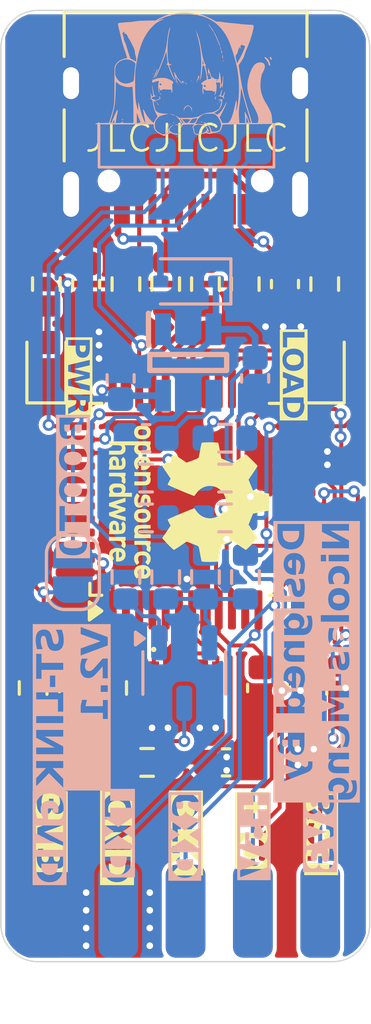
<source format=kicad_pcb>
(kicad_pcb (version 20240108) (generator "pcbnew") (generator_version "8.0")
  (layers (0 "F.Cu" signal) (31 "B.Cu" signal) (34 "B.Paste" user) (35 "F.Paste" user) (36 "B.SilkS" user "B.Silkscreen") (37 "F.SilkS" user "F.Silkscreen") (38 "B.Mask" user) (39 "F.Mask" user) (44 "Edge.Cuts" user))
  (net 0 "")
  (net 1 "GND")
  (net 2 "+3.3V")
  (net 3 "/NRST")
  (net 4 "+5V")
  (net 5 "Net-(IC1-BYPASS)")
  (net 6 "Net-(D1-A)")
  (net 9 "Net-(J1-CC2)")
  (net 10 "Net-(J1-CC1)")
  (net 11 "Net-(J1-D--PadA7)")
  (net 12 "Net-(J1-D+-PadA6)")
  (net 13 "/BOOT0")
  (net 14 "Net-(Q1-B)")
  (net 15 "Net-(Q1-E)")
  (net 16 "/USB_DN")
  (net 17 "/USB_DP")
  (net 18 "Net-(U1-PC13)")
  (net 19 "/AIN")
  (net 20 "/USB_RENUMn")
  (net 21 "/T_JTMS")
  (net 22 "/T_SWDIO_IN")
  (net 23 "/PWR_EXT")
  (net 24 "Net-(U1-PB2)")
  (net 25 "Net-(D2-A)")
  (net 26 "Net-(D3-A)")
  (net 30 "/T_JTCK")
  (net 31 "/OSCH_OUT")
  (net 33 "/T_JTDO")
  (net 36 "/OSCH_IN")
  (net 42 "/STLK_LED")
  (net 43 "/T_NRST")
  (net 44 "/SWCLK")
  (net 46 "/SWDIO")
  (net 47 "/STLK_RX")
  (net 49 "/STLK_TX")
  (net 53 "/T_JTDI")
  (footprint "Resistor_SMD:R_0603_1608Metric" (layer "F.Cu") (at 53.315 58.6 -90)
    (property "Reference" "R2" (hide yes))
    (property "Value" "100R" (hide yes))
  )
  (footprint "Resistor_SMD:R_0603_1608Metric" (layer "F.Cu") (at 57.615 61.4)
    (property "Reference" "R1" (hide yes))
    (property "Value" "10K" (hide yes))
  )
  (footprint "Capacitor_SMD:C_0603_1608Metric" (layer "F.Cu") (at 60.59 61.4)
    (property "Reference" "C6" (hide yes))
    (property "Value" "0.1uF" (hide yes))
  )
  (footprint "Resistor_SMD:R_0603_1608Metric" (layer "F.Cu") (at 58.315 43.4 -90)
    (property "Reference" "R6" (hide yes))
    (property "Value" "22R" (hide yes))
  )
  (footprint "Capacitor_SMD:C_0603_1608Metric" (layer "F.Cu") (at 63.415 58.6 -90)
    (property "Reference" "C5" (hide yes))
    (property "Value" "1uF" (hide yes))
  )
  (footprint "Resistor_SMD:R_0603_1608Metric" (layer "F.Cu") (at 53.815 43.4 -90)
    (property "Reference" "R18" (hide yes))
    (property "Value" "1K" (hide yes))
  )
  (footprint "Capacitor_SMD:C_0603_1608Metric" (layer "F.Cu") (at 62.815 43.4 -90)
    (property "Reference" "C2" (hide yes))
    (property "Value" "0.1uF" (hide yes))
  )
  (footprint "Resistor_SMD:R_0603_1608Metric" (layer "F.Cu") (at 56.815 43.4 -90)
    (property "Reference" "R4" (hide yes))
    (property "Value" "5K1" (hide yes))
  )
  (footprint "Capacitor_SMD:C_0603_1608Metric" (layer "F.Cu") (at 55.315 43.4 -90)
    (property "Reference" "C1" (hide yes))
    (property "Value" "0.1uF" (hide yes))
  )
  (footprint "Connector_USB:USB_C_Receptacle_XKB_U262-16XN-4BVC11" (layer "F.Cu") (at 59.065 36.915 180)
    (property "Reference" "J1" (hide yes))
    (property "Value" "USB_C_Receptacle" (hide yes))
  )
  (footprint "LED_SMD:LED_0603_1608Metric" (layer "F.Cu") (at 53.815 46.3875 90)
    (property "Reference" "D2" (hide yes))
    (property "Value" "POWER" (hide yes))
  )
  (footprint "SamacSys_Parts:CSTCE12M0G55R0" (layer "F.Cu") (at 59.065 58.6)
    (property "Reference" "Y1" (hide yes))
    (property "Value" "CSTCE12M0G55-R0" (hide yes))
  )
  (footprint "Resistor_SMD:R_0603_1608Metric" (layer "F.Cu") (at 56.315 58.6 90)
    (property "Reference" "R7" (hide yes))
    (property "Value" "10K" (hide yes))
  )
  (footprint "Resistor_SMD:R_0603_1608Metric" (layer "F.Cu") (at 61.315 43.4 -90)
    (property "Reference" "R3" (hide yes))
    (property "Value" "5K1" (hide yes))
  )
  (footprint "Resistor_SMD:R_0603_1608Metric" (layer "F.Cu") (at 59.815 43.4 -90)
    (property "Reference" "R5" (hide yes))
    (property "Value" "22R" (hide yes))
  )
  (footprint "Capacitor_SMD:C_0603_1608Metric" (layer "F.Cu") (at 61.915 58.6 -90)
    (property "Reference" "C4" (hide yes))
    (property "Value" "0.1uF" (hide yes))
  )
  (footprint "LED_SMD:LED_0603_1608Metric" (layer "F.Cu") (at 64.315 46.3875 90)
    (property "Reference" "D3" (hide yes))
    (property "Value" "LOAD" (hide yes))
  )
  (footprint "Capacitor_SMD:C_0603_1608Metric" (layer "F.Cu") (at 54.815 58.6 -90)
    (property "Reference" "C3" (hide yes))
    (property "Value" "0.1uF" (hide yes))
  )
  (footprint "SamacSys_Parts:STLINK_PIN" (layer "F.Cu") (at 59.065 71)
    (property "Reference" "J2" (hide yes))
    (property "Value" "Conn_01x05_Pin" (hide yes))
  )
  (footprint "Resistor_SMD:R_0603_1608Metric" (layer "F.Cu") (at 64.315 43.4 -90)
    (property "Reference" "R19" (hide yes))
    (property "Value" "1K" (hide yes))
  )
  (footprint "Resistor_SMD:R_0603_1608Metric" (layer "F.Cu") (at 64.915 58.6 90)
    (property "Reference" "R17" (hide yes))
    (property "Value" "100R" (hide yes))
  )
  (footprint "Symbol:OSHW-Logo_5.7x6mm_SilkScreen" (layer "F.Cu") (at 59.2 51.6 -90)
    (property "Reference" "REF**" (hide yes))
    (property "Value" "OSHW-Logo_5.7x6mm_SilkScreen" (hide yes))
  )
  (footprint "Package_QFP:LQFP-48_7x7mm_P0.5mm" (layer "F.Cu") (at 59.065 51.5 90)
    (property "Reference" "U1" (hide yes))
    (property "Value" "STM32F103C8T6" (hide yes))
  )
  (footprint "Package_TO_SOT_SMD:SOT-23-3" (layer "B.Cu") (at 59.015 58.0375 -90)
    (property "Reference" "Q1" (hide yes))
    (property "Value" "S8050" (hide yes))
  )
  (footprint "Jumper:SolderJumper-2_P1.3mm_Open_RoundedPad1.0x1.5mm" (layer "B.Cu") (at 54.815 54.25 90)
    (property "Reference" "JP1" (hide yes))
    (property "Value" "BOOT0" (hide yes))
  )
  (footprint "Diode_SMD:D_SOD-323" (layer "B.Cu") (at 59.165 43.3 180)
    (property "Reference" "D1" (hide yes))
    (property "Value" "1N5819WS" (hide yes))
  )
  (footprint "Resistor_SMD:R_0603_1608Metric" (layer "B.Cu") (at 60.5525 50.7 180)
    (property "Reference" "R15" (hide yes))
    (property "Value" "2K7" (hide yes))
  )
  (footprint "SamacSys_Parts:SWD_Port" (layer "B.Cu") (at 59.1 40.7 180)
    (property "Reference" "J4" (hide yes))
    (property "Value" "Conn_01x04_Pin" (hide yes))
  )
  (footprint "Capacitor_SMD:C_0603_1608Metric" (layer "B.Cu") (at 61.69 46.95 90)
    (property "Reference" "C7" (hide yes))
    (property "Value" "1uF" (hide yes))
  )
  (footprint "SamacSys_Parts:STLINK_PIN" (layer "B.Cu") (at 59.065 71 180)
    (property "Reference" "J3" (hide yes))
    (property "Value" "Conn_01x05_Pin" (hide yes))
  )
  (footprint "Resistor_SMD:R_0603_1608Metric" (layer "B.Cu") (at 61.325 54.425 90)
    (property "Reference" "R11" (hide yes))
    (property "Value" "10K" (hide yes))
  )
  (footprint "SamacSys_Parts:SOT95P280X145-5N" (layer "B.Cu") (at 59.165 46.35 -90)
    (property "Reference" "IC1" (hide yes))
    (property "Value" "LP2992AIM5X-3.3" (hide yes))
  )
  (footprint "SamacSys_Parts:nya" (layer "B.Cu") (at 59.1 35.4 180)
    (property "Reference" "G***" (hide yes))
    (property "Value" "LOGO" (hide yes))
  )
  (footprint "Capacitor_SMD:C_0603_1608Metric" (layer "B.Cu") (at 56.615 46.95 90)
    (property "Reference" "C8" (hide yes))
    (property "Value" "1uF" (hide yes))
  )
  (footprint "Resistor_SMD:R_0603_1608Metric" (layer "B.Cu") (at 58.315 54.425 -90)
    (property "Reference" "R13" (hide yes))
    (property "Value" "36K" (hide yes))
  )
  (footprint "Resistor_SMD:R_0603_1608Metric" (layer "B.Cu") (at 59.815 54.425 90)
    (property "Reference" "R12" (hide yes))
    (property "Value" "100R" (hide yes))
  )
  (footprint "Resistor_SMD:R_0603_1608Metric" (layer "B.Cu") (at 60.5525 49.2)
    (property "Reference" "R14" (hide yes))
    (property "Value" "100R" (hide yes))
  )
  (footprint "Resistor_SMD:R_0603_1608Metric" (layer "B.Cu") (at 57.5775 50.7 180)
    (property "Reference" "R16" (hide yes))
    (property "Value" "4K7" (hide yes))
  )
  (footprint "Resistor_SMD:R_0603_1608Metric" (layer "B.Cu") (at 60.5525 52.2 180)
    (property "Reference" "R8" (hide yes))
    (property "Value" "4K7" (hide yes))
  )
  (footprint "Resistor_SMD:R_0603_1608Metric" (layer "B.Cu") (at 57.5775 52.2 180)
    (property "Reference" "R9" (hide yes))
    (property "Value" "4K7" (hide yes))
  )
  (footprint "Capacitor_SMD:C_0603_1608Metric" (layer "B.Cu") (at 57.5775 49.2)
    (property "Reference" "C9" (hide yes))
    (property "Value" "10nF" (hide yes))
  )
  (footprint "Resistor_SMD:R_0603_1608Metric" (layer "B.Cu") (at 56.815 54.425 -90)
    (property "Reference" "R10" (hide yes))
    (property "Value" "1K5" (hide yes))
  )
  (gr_arc (start 53.5 68.9) (mid 52.510051 68.489949) (end 52.1 67.5) (stroke (width 0.05)) (layer "Edge.Cuts"))
  (gr_arc (start 64.610051 33.1) (mid 65.6 33.510051) (end 66.010051 34.5) (stroke (width 0.05)) (layer "Edge.Cuts"))
  (gr_line (start 52.1 34.5) (end 52.1 67.5) (stroke (width 0.05)) (layer "Edge.Cuts"))
  (gr_line (start 64.610051 33.1) (end 53.5 33.1) (stroke (width 0.05)) (layer "Edge.Cuts"))
  (gr_arc (start 52.1 34.5) (mid 52.510051 33.510051) (end 53.5 33.1) (stroke (width 0.05)) (layer "Edge.Cuts"))
  (gr_arc (start 66.010051 67.5) (mid 65.6 68.489949) (end 64.610051 68.9) (stroke (width 0.05)) (layer "Edge.Cuts"))
  (gr_line (start 53.5 68.9) (end 64.610051 68.9) (stroke (width 0.05)) (layer "Edge.Cuts"))
  (gr_line (start 66.010051 67.5) (end 66.010051 34.5) (stroke (width 0.05)) (layer "Edge.Cuts"))
  (gr_text "BOOT0" (at 55.5 48.3 90) (layer "B.SilkS" knockout) (effects (font (size 1 1) (thickness 0.2) (bold yes)) (justify left bottom mirror)))
  (gr_text "3V3" (at 64.815 62.5 90) (layer "B.SilkS" knockout) (effects (font (size 1 1) (thickness 0.2) (bold yes)) (justify left bottom mirror)))
  (gr_text "Designed By\nNicolas-Meng" (at 65.4 52.3 90) (layer "B.SilkS" knockout) (effects (font (size 1 1) (thickness 0.2) (bold yes)) (justify left bottom mirror)))
  (gr_text "GND" (at 54.615 62.5 90) (layer "B.SilkS" knockout) (effects (font (size 1 1) (thickness 0.2) (bold yes)) (justify left bottom mirror)))
  (gr_text "ST-LINK\nV2.1" (at 56.3 56.3 90) (layer "B.SilkS" knockout) (effects (font (size 1 1) (thickness 0.2) (bold yes)) (justify left bottom mirror)))
  (gr_text "TXD" (at 57.215 62.5 90) (layer "B.SilkS" knockout) (effects (font (size 1 1) (thickness 0.2) (bold yes)) (justify left bottom mirror)))
  (gr_text "+5V" (at 62.315 62.5 90) (layer "B.SilkS" knockout) (effects (font (size 1 1) (thickness 0.2) (bold yes)) (justify left bottom mirror)))
  (gr_text "RXD" (at 59.715 62.5 90) (layer "B.SilkS" knockout) (effects (font (size 1 1) (thickness 0.2) (bold yes)) (justify left bottom mirror)))
  (gr_text "PWR" (at 54.5 45.4 270) (layer "F.SilkS" knockout) (effects (font (size 0.8 0.8) (thickness 0.2) (bold yes)) (justify left bottom)))
  (gr_text "DIO" (at 60.9 62.5 270) (layer "F.SilkS" knockout) (effects (font (size 1 1) (thickness 0.2) (bold yes)) (justify left bottom)))
  (gr_text "3V3" (at 53.3 62.5 270) (layer "F.SilkS" knockout) (effects (font (size 1 1) (thickness 0.2) (bold yes)) (justify left bottom)))
  (gr_text "GND" (at 55.8 62.5 270) (layer "F.SilkS" knockout) (effects (font (size 1 1) (thickness 0.2) (bold yes)) (justify left bottom)))
  (gr_text "LOAD" (at 62.6 45.1 270) (layer "F.SilkS" knockout) (effects (font (size 0.8 0.8) (thickness 0.2) (bold yes)) (justify left bottom)))
  (gr_text "CLK" (at 58.4 62.5 270) (layer "F.SilkS" knockout) (effects (font (size 1 1) (thickness 0.2) (bold yes)) (justify left bottom)))
  (gr_text "RST" (at 63.5 62.5 270) (layer "F.SilkS" knockout) (effects (font (size 1 1) (thickness 0.2) (bold yes)) (justify left bottom)))
  (gr_text "JLCJLCJLC" (at 55.2 38.5 0) (layer "F.SilkS") (effects (font (size 1 1) (thickness 0.1)) (justify left bottom)))
  (segment (start 59.245632 54.5) (end 59.815 55.069368) (width 0.15) (layer "F.Cu") (net 1))
  (segment (start 59.115 54.5) (end 59.245632 54.5) (width 0.15) (layer "F.Cu") (net 1))
  (segment (start 59.815 55.069368) (end 59.815 55.6625) (width 0.15) (layer "F.Cu") (net 1))
  (via (at 57.715 67.633334) (size 0.45) (drill 0.25) (layers "F.Cu" "B.Cu") (net 1))
  (via (at 59.115 54.5) (size 0.45) (drill 0.25) (layers "F.Cu" "B.Cu") (net 1))
  (via (at 63.3 60.9) (size 0.45) (drill 0.25) (layers "F.Cu" "B.Cu") (net 1))
  (via (at 55.315 66.3) (size 0.45) (drill 0.25) (layers "F.Cu" "B.Cu") (net 1))
  (via (at 62.081668 45) (size 0.45) (drill 0.25) (layers "F.Cu" "B.Cu") (net 1))
  (via (at 64.415 49.7) (size 0.45) (drill 0.25) (layers "F.Cu" "B.Cu") (net 1))
  (via (at 57.715 68.3) (size 0.45) (drill 0.25) (layers "F.Cu" "B.Cu") (net 1))
  (via (at 60.2 60.1) (size 0.45) (drill 0.25) (layers "F.Cu" "B.Cu") (net 1))
  (via (at 57.8 60.1) (size 0.45) (drill 0.25) (layers "F.Cu" "B.Cu") (net 1))
  (via (at 57.715 66.966668) (size 0.45) (drill 0.25) (layers "F.Cu" "B.Cu") (net 1))
  (via (at 60.615 61.7) (size 0.45) (drill 0.25) (layers "F.Cu" "B.Cu") (net 1))
  (via (at 55.8 45.7) (size 0.45) (drill 0.25) (layers "F.Cu" "B.Cu") (net 1))
  (via (at 63.9 60.9) (size 0.45) (drill 0.25) (layers "F.Cu" "B.Cu") (net 1))
  (via (at 65.1 58.6) (size 0.45) (drill 0.25) (layers "F.Cu" "B.Cu") (net 1))
  (via (at 55.315 68.3) (size 0.45) (drill 0.25) (layers "F.Cu" "B.Cu") (net 1))
  (via (at 55.315 67.633334) (size 0.45) (drill 0.25) (layers "F.Cu" "B.Cu") (net 1))
  (via (at 57.715 66.3) (size 0.45) (drill 0.25) (layers "F.Cu" "B.Cu") (net 1))
  (via (at 55.8 46.2) (size 0.45) (drill 0.25) (layers "F.Cu" "B.Cu") (net 1))
  (via (at 55.315 66.966668) (size 0.45) (drill 0.25) (layers "F.Cu" "B.Cu") (net 1))
  (via (at 63.4 58.7) (size 0.45) (drill 0.25) (layers "F.Cu" "B.Cu") (net 1))
  (via (at 64.415 50.2) (size 0.45) (drill 0.25) (layers "F.Cu" "B.Cu") (net 1))
  (via (at 59.6 60.1) (size 0.45) (drill 0.25) (layers "F.Cu" "B.Cu") (net 1))
  (via (at 58.4 60.1) (size 0.45) (drill 0.25) (layers "F.Cu" "B.Cu") (net 1))
  (via (at 63.3 61.5) (size 0.45) (drill 0.25) (layers "F.Cu" "B.Cu") (net 1))
  (via (at 55.8 45.2) (size 0.45) (drill 0.25) (layers "F.Cu" "B.Cu") (net 1))
  (via (at 60.615 61.2) (size 0.45) (drill 0.25) (layers "F.Cu" "B.Cu") (net 1))
  (via (at 62.748334 45) (size 0.45) (drill 0.25) (layers "F.Cu" "B.Cu") (net 1))
  (via (at 63.415 45) (size 0.45) (drill 0.25) (layers "F.Cu" "B.Cu") (net 1))
  (segment (start 62.265 48.75) (end 63.2275 48.75) (width 0.15) (layer "F.Cu") (net 2))
  (segment (start 57.215 58.8) (end 57.215 60.25) (width 0.15) (layer "F.Cu") (net 2))
  (segment (start 64.265 42.625) (end 64.315 42.575) (width 0.15) (layer "F.Cu") (net 2))
  (segment (start 53.815 42.575) (end 55.265 42.575) (width 0.15) (layer "F.Cu") (net 2))
  (segment (start 55.965 54.25) (end 56.315 54.6) (width 0.15) (layer "F.Cu") (net 2))
  (segment (start 54.815 57.825) (end 54.815 58.4) (width 0.15) (layer "F.Cu") (net 2))
  (segment (start 60.315 56.546446) (end 60.768553 57) (width 0.15) (layer "F.Cu") (net 2))
  (segment (start 56.79 63.225) (end 56.315 63.7) (width 0.15) (layer "F.Cu") (net 2))
  (segment (start 62 41.81) (end 62.815 42.625) (width 0.15) (layer "F.Cu") (net 2))
  (segment (start 62 41.8) (end 62 41.81) (width 0.15) (layer "F.Cu") (net 2))
  (segment (start 62.215 48.8) (end 62.265 48.75) (width 0.15) (layer "F.Cu") (net 2))
  (segment (start 63.415 57.985) (end 63.415 57.825) (width 0.15) (layer "F.Cu") (net 2))
  (segment (start 65.415 42.9) (end 65.415 48.4) (width 0.15) (layer "F.Cu") (net 2))
  (segment (start 55.265 42.575) (end 55.315 42.625) (width 0.15) (layer "F.Cu") (net 2))
  (segment (start 65.065 48.75) (end 63.2275 48.75) (width 0.15) (layer "F.Cu") (net 2))
  (segment (start 64.315 42.575) (end 65.09 42.575) (width 0.15) (layer "F.Cu") (net 2))
  (segment (start 55.95592 54.24092) (end 55.965 54.25) (width 0.15) (layer "F.Cu") (net 2))
  (segment (start 56.115 56.9) (end 55.015 56.9) (width 0.15) (layer "F.Cu") (net 2))
  (segment (start 55.015 58.6) (end 57.015 58.6) (width 0.15) (layer "F.Cu") (net 2))
  (segment (start 60.315 55.6625) (end 60.315 54.925001) (width 0.15) (layer "F.Cu") (net 2))
  (segment (start 55.015 56.9) (end 54.815 57.1) (width 0.15) (layer "F.Cu") (net 2))
  (segment (start 56.79 61.4) (end 56.79 63.225) (width 0.15) (layer "F.Cu") (net 2))
  (segment (start 61.615 57) (end 61.915 57.3) (width 0.15) (layer "F.Cu") (net 2))
  (segment (start 56.315 56.7) (end 56.115 56.9) (width 0.15) (layer "F.Cu") (net 2))
  (segment (start 57.015 58.6) (end 57.215 58.8) (width 0.15) (layer "F.Cu") (net 2))
  (segment (start 54.9025 54.25) (end 55.965 54.25) (width 0.15) (layer "F.Cu") (net 2))
  (segment (start 54.64 43.4) (end 62.04 43.4) (width 0.25) (layer "F.Cu") (net 2))
  (segment (start 60.315 54.925001) (end 60.215 54.825001) (width 0.15) (layer "F.Cu") (net 2))
  (segment (start 61.915 57.825) (end 63.415 57.825) (width 0.15) (layer "F.Cu") (net 2))
  (segment (start 65.09 42.575) (end 65.415 42.9) (width 0.15) (layer "F.Cu") (net 2))
  (segment (start 56.79 60.675) (end 56.79 61.4) (width 0.15) (layer "F.Cu") (net 2))
  (segment (start 54.815 58.4) (end 55.015 58.6) (width 0.15) (layer "F.Cu") (net 2))
  (segment (start 56.315 54.6) (end 56.315 55.6625) (width 0.15) (layer "F.Cu") (net 2))
  (segment (start 62.815 42.625) (end 64.265 42.625) (width 0.15) (layer "F.Cu") (net 2))
  (segment (start 62.04 43.4) (end 62.815 42.625) (width 0.25) (layer "F.Cu") (net 2))
  (segment (start 60.215 52.5) (end 60.536881 52.178119) (width 0.15) (layer "F.Cu") (net 2))
  (segment (start 54.615 43.375) (end 53.815 42.575) (width 0.25) (layer "F.Cu") (net 2))
  (segment (start 56.315 63.7) (end 55.015 63.7) (width 0.15) (layer "F.Cu") (net 2))
  (segment (start 56.315 55.6625) (end 56.315 56.7) (width 0.15) (layer "F.Cu") (net 2))
  (segment (start 65.415 48.4) (end 65.065 48.75) (width 0.15) (layer "F.Cu") (net 2))
  (segment (start 54.615 43.375) (end 54.64 43.4) (width 0.25) (layer "F.Cu") (net 2))
  (segment (start 60.768553 57) (end 61.615 57) (width 0.15) (layer "F.Cu") (net 2))
  (segment (start 57.215 60.25) (end 56.79 60.675) (width 0.15) (layer "F.Cu") (net 2))
  (segment (start 60.315 55.6625) (end 60.315 56.546446) (width 0.15) (layer "F.Cu") (net 2))
  (segment (start 61.915 57.3) (end 61.915 57.825) (width 0.15) (layer "F.Cu") (net 2))
  (segment (start 54.815 57.1) (end 54.815 57.825) (width 0.15) (layer "F.Cu") (net 2))
  (segment (start 59.015 60.6) (end 57.565 60.6) (width 0.15) (layer "F.Cu") (net 2))
  (segment (start 60.215 54.825001) (end 60.215 52.5) (width 0.15) (layer "F.Cu") (net 2))
  (segment (start 55.015 63.7) (end 53.985 64.73) (width 0.15) (layer "F.Cu") (net 2))
  (segment (start 57.565 60.6) (end 57.215 60.25) (width 0.15) (layer "F.Cu") (net 2))
  (segment (start 55.9775 47.3375) (end 55.915 47.4) (width 0.15) (layer "F.Cu") (net 2))
  (segment (start 60.536881 52.178119) (end 60.536881 51.867179) (width 0.15) (layer "F.Cu") (net 2))
  (segment (start 55.95592 53.910046) (end 55.95592 54.24092) (width 0.15) (layer "F.Cu") (net 2))
  (segment (start 53.985 64.73) (end 53.985 67) (width 0.15) (layer "F.Cu") (net 2))
  (segment (start 56.315 47.3375) (end 55.9775 47.3375) (width 0.15) (layer "F.Cu") (net 2))
  (segment (start 62.7 58.7) (end 63.415 57.985) (width 0.15) (layer "F.Cu") (net 2))
  (via (at 62.215 48.8) (size 0.45) (drill 0.25) (layers "F.Cu" "B.Cu") (net 2))
  (via (at 55.95592 53.910046) (size 0.45) (drill 0.25) (layers "F.Cu" "B.Cu") (net 2))
  (via (at 59.015 60.6) (size 0.45) (drill 0.25) (layers "F.Cu" "B.Cu") (net 2))
  (via (at 55.915 47.4) (size 0.45) (drill 0.25) (layers "F.Cu" "B.Cu") (net 2))
  (via (at 60.536881 51.867179) (size 0.45) (drill 0.25) (layers "F.Cu" "B.Cu") (net 2))
  (via (at 54.615 43.375) (size 0.45) (drill 0.25) (layers "F.Cu" "B.Cu") (net 2))
  (via (at 62.7 58.7) (size 0.45) (drill 0.25) (layers "F.Cu" "B.Cu") (net 2))
  (via (at 62 41.8) (size 0.45) (drill 0.25) (layers "F.Cu" "B.Cu") (net 2))
  (segment (start 54.815 48.9) (end 55.14 48.575) (width 0.15) (layer "B.Cu") (net 2))
  (segment (start 56.74 47.6) (end 56.615 47.725) (width 0.25) (layer "B.Cu") (net 2))
  (segment (start 62 41.8) (end 61.7 41.8) (width 0.15) (layer "B.Cu") (net 2))
  (segment (start 61.044679 51.867179) (end 61.3775 52.2) (width 0.15) (layer "B.Cu") (net 2))
  (segment (start 54.815 53.6) (end 55.645874 53.6) (width 0.15) (layer "B.Cu") (net 2))
  (segment (start 62.215 48.8) (end 62.115 48.9) (width 0.15) (layer "B.Cu") (net 2))
  (segment (start 62.7 62) (end 64.145 63.445) (width 0.15) (layer "B.Cu") (net 2))
  (segment (start 55.14 47.725) (end 55.915 47.725) (width 0.25) (layer "B.Cu") (net 2))
  (segment (start 62.7 58.7) (end 62.7 62) (width 0.15) (layer "B.Cu") (net 2))
  (segment (start 54.815 53.6) (end 54.815 48.9) (width 0.15) (layer "B.Cu") (net 2))
  (segment (start 58.215 47.6) (end 56.74 47.6) (width 0.25) (layer "B.Cu") (net 2))
  (segment (start 59.015 59.175) (end 59.015 60.6) (width 0.15) (layer "B.Cu") (net 2))
  (segment (start 55.915 47.4) (end 55.915 47.725) (width 0.15) (layer "B.Cu") (net 2))
  (segment (start 55.14 48.575) (end 55.14 47.725) (width 0.15) (layer "B.Cu") (net 2))
  (segment (start 61.1 39.1) (end 61.8 38.4) (width 0.15) (layer "B.Cu") (net 2))
  (segment (start 64.145 63.445) (end 64.145 67) (width 0.15) (layer "B.Cu") (net 2))
  (segment (start 61.7 41.8) (end 61.1 41.2) (width 0.15) (layer "B.Cu") (net 2))
  (segment (start 61.1 41.2) (end 61.1 39.1) (width 0.15) (layer "B.Cu") (net 2))
  (segment (start 54.615 43.375) (end 54.615 47.2) (width 0.25) (layer "B.Cu") (net 2))
  (segment (start 54.615 47.2) (end 55.14 47.725) (width 0.25) (layer "B.Cu") (net 2))
  (segment (start 55.915 47.725) (end 56.615 47.725) (width 0.25) (layer "B.Cu") (net 2))
  (segment (start 60.536881 51.867179) (end 61.044679 51.867179) (width 0.15) (layer "B.Cu") (net 2))
  (segment (start 55.645874 53.6) (end 55.95592 53.910046) (width 0.15) (layer "B.Cu") (net 2))
  (segment (start 62.015 52.2) (end 61.3775 52.2) (width 0.15) (layer "B.Cu") (net 2))
  (segment (start 62.115 48.9) (end 62.115 52.1) (width 0.15) (layer "B.Cu") (net 2))
  (segment (start 62.115 52.1) (end 62.015 52.2) (width 0.15) (layer "B.Cu") (net 2))
  (segment (start 59.665 56.95) (end 60.265 56.95) (width 0.15) (layer "F.Cu") (net 3))
  (segment (start 58.44 61.4) (end 59.815 61.4) (width 0.15) (layer "F.Cu") (net 3))
  (segment (start 59.315 55.6625) (end 59.315 56.6) (width 0.15) (layer "F.Cu") (net 3))
  (segment (start 59.315 56.6) (end 59.665 56.95) (width 0.15) (layer "F.Cu") (net 3))
  (segment (start 60.265 56.95) (end 60.765 57.45) (width 0.15) (layer "F.Cu") (net 3))
  (segment (start 60.765 57.45) (end 60.765 60.45) (width 0.15) (layer "F.Cu") (net 3))
  (segment (start 60.765 60.45) (end 59.815 61.4) (width 0.15) (layer "F.Cu") (net 3))
  (segment (start 62.115 51.6) (end 62.115 52.8) (width 0.15) (layer "F.Cu") (net 4))
  (segment (start 61.915 51.4) (end 62.115 51.6) (width 0.15) (layer "F.Cu") (net 4))
  (segment (start 61.515 51.4) (end 61.915 51.4) (width 0.15) (layer "F.Cu") (net 4))
  (via (at 62.115 52.8) (size 0.45) (drill 0.25) (layers "F.Cu" "B.Cu") (net 4))
  (via (at 61.515 51.4) (size 0.45) (drill 0.25) (layers "F.Cu" "B.Cu") (net 4))
  (segment (start 59.59 45.925) (end 60.115 45.4) (width 0.25) (layer "B.Cu") (net 4))
  (segment (start 60.115 45.4) (end 60.115 45.1) (width 0.25) (layer "B.Cu") (net 4))
  (segment (start 60.615 48.5) (end 60.815 48.3) (width 0.15) (layer "B.Cu") (net 4))
  (segment (start 62.077012 56.422988) (end 62.077012 62.022988) (width 0.15) (layer "B.Cu") (net 4))
  (segment (start 61.3775 50.7) (end 60.615 49.9375) (width 0.15) (layer "B.Cu") (net 4))
  (segment (start 60.615 49.9375) (end 60.615 48.5) (width 0.15) (layer "B.Cu") (net 4))
  (segment (start 60.215 45) (end 60.115 45.1) (width 0.25) (layer "B.Cu") (net 4))
  (segment (start 61.415 45.1) (end 61.69 45.375) (width 0.25) (layer "B.Cu") (net 4))
  (segment (start 61.3775 51.2625) (end 61.515 51.4) (width 0.15) (layer "B.Cu") (net 4))
  (segment (start 60.815 48.3) (end 60.815 47.05) (width 0.15) (layer "B.Cu") (net 4))
  (segment (start 61.915 53.6) (end 61.325 53.6) (width 0.15) (layer "B.Cu") (net 4))
  (segment (start 61.315 54.2) (end 61.615 54.5) (width 0.15) (layer "B.Cu") (net 4))
  (segment (start 62.315 54.5) (end 62.815 55) (width 0.15) (layer "B.Cu") (net 4))
  (segment (start 61.6 62.5) (end 61.6 66.995) (width 0.15) (layer "B.Cu") (net 4))
  (segment (start 58.215 45.1) (end 58.215 45.5) (width 0.25) (layer "B.Cu") (net 4))
  (segment (start 61.325 53.6) (end 61.325 54.19) (width 0.15) (layer "B.Cu") (net 4))
  (segment (start 58.215 45.5) (end 58.64 45.925) (width 0.25) (layer "B.Cu") (net 4))
  (segment (start 62.077012 62.022988) (end 61.6 62.5) (width 0.15) (layer "B.Cu") (net 4))
  (segment (start 62.815 55) (end 62.815 55.685) (width 0.15) (layer "B.Cu") (net 4))
  (segment (start 60.115 45.1) (end 61.415 45.1) (width 0.25) (layer "B.Cu") (net 4))
  (segment (start 60.215 43.3) (end 60.215 45) (width 0.25) (layer "B.Cu") (net 4))
  (segment (start 61.615 54.5) (end 62.315 54.5) (width 0.15) (layer "B.Cu") (net 4))
  (segment (start 61.3775 50.7) (end 61.3775 51.2625) (width 0.15) (layer "B.Cu") (net 4))
  (segment (start 61.325 54.19) (end 61.315 54.2) (width 0.15) (layer "B.Cu") (net 4))
  (segment (start 58.64 45.925) (end 59.59 45.925) (width 0.25) (layer "B.Cu") (net 4))
  (segment (start 62.815 55.685) (end 62.077012 56.422988) (width 0.15) (layer "B.Cu") (net 4))
  (segment (start 61.6 66.995) (end 61.605 67) (width 0.15) (layer "B.Cu") (net 4))
  (segment (start 62.115 53.4) (end 61.915 53.6) (width 0.15) (layer "B.Cu") (net 4))
  (segment (start 61.69 45.375) (end 61.69 46.175) (width 0.25) (layer "B.Cu") (net 4))
  (segment (start 60.815 47.05) (end 61.69 46.175) (width 0.15) (layer "B.Cu") (net 4))
  (segment (start 62.115 52.8) (end 62.115 53.4) (width 0.15) (layer "B.Cu") (net 4))
  (segment (start 58.3525 49.2) (end 59.1525 48.4) (width 0.15) (layer "B.Cu") (net 5))
  (segment (start 59.1525 48.4) (end 59.715 48.4) (width 0.15) (layer "B.Cu") (net 5))
  (segment (start 60.115 48) (end 60.115 47.6) (width 0.15) (layer "B.Cu") (net 5))
  (segment (start 59.715 48.4) (end 60.115 48) (width 0.15) (layer "B.Cu") (net 5))
  (segment (start 57.375 39.3) (end 60.815 39.3) (width 0.25) (layer "F.Cu") (net 6))
  (segment (start 56.515 40.585) (end 56.515 41.5) (width 0.25) (layer "F.Cu") (net 6))
  (segment (start 56.515 40.16) (end 57.375 39.3) (width 0.25) (layer "F.Cu") (net 6))
  (segment (start 56.515 41.5) (end 56.715 41.7) (width 0.25) (layer "F.Cu") (net 6))
  (segment (start 56.515 40.585) (end 56.515 40.16) (width 0.25) (layer "F.Cu") (net 6))
  (segment (start 61.615 40.1) (end 61.615 40.585) (width 0.25) (layer "F.Cu") (net 6))
  (segment (start 60.815 39.3) (end 61.615 40.1) (width 0.25) (layer "F.Cu") (net 6))
  (via (at 56.715 41.7) (size 0.45) (drill 0.25) (layers "F.Cu" "B.Cu") (net 6))
  (segment (start 58.115 41.9) (end 58.115 43.3) (width 0.25) (layer "B.Cu") (net 6))
  (segment (start 57.915 41.7) (end 58.115 41.9) (width 0.25) (layer "B.Cu") (net 6))
  (segment (start 56.715 41.7) (end 57.915 41.7) (width 0.25) (layer "B.Cu") (net 6))
  (segment (start 56.815 42.575) (end 57.315 42.075) (width 0.15) (layer "F.Cu") (net 9))
  (segment (start 57.315 42.075) (end 57.315 40.585) (width 0.15) (layer "F.Cu") (net 9))
  (segment (start 61.315 42.575) (end 60.315 41.575) (width 0.15) (layer "F.Cu") (net 10))
  (segment (start 60.315 41.575) (end 60.315 40.585) (width 0.15) (layer "F.Cu") (net 10))
  (segment (start 59.515 41.6) (end 59.815 41.3) (width 0.15) (layer "F.Cu") (net 11))
  (segment (start 59.105 41.6) (end 59.515 41.6) (width 0.15) (layer "F.Cu") (net 11))
  (segment (start 58.815 40.585) (end 58.815 41.31) (width 0.15) (layer "F.Cu") (net 11))
  (segment (start 58.815 41.31) (end 59.105 41.6) (width 0.15) (layer "F.Cu") (net 11))
  (segment (start 59.815 41.3) (end 59.815 40.585) (width 0.15) (layer "F.Cu") (net 11))
  (segment (start 59.815 42.575) (end 59.815 40.585) (width 0.15) (layer "F.Cu") (net 11))
  (segment (start 58.315 39.86) (end 58.575 39.6) (width 0.15) (layer "F.Cu") (net 12))
  (segment (start 59.315 39.9) (end 59.315 40.585) (width 0.15) (layer "F.Cu") (net 12))
  (segment (start 58.315 40.585) (end 58.315 39.86) (width 0.15) (layer "F.Cu") (net 12))
  (segment (start 58.575 39.6) (end 59.015 39.6) (width 0.15) (layer "F.Cu") (net 12))
  (segment (start 58.315 42.575) (end 58.315 40.585) (width 0.15) (layer "F.Cu") (net 12))
  (segment (start 59.015 39.6) (end 59.315 39.9) (width 0.15) (layer "F.Cu") (net 12))
  (segment (start 53.315 56.5) (end 53.715 56.1) (width 0.15) (layer "F.Cu") (net 13))
  (segment (start 53.715 56.1) (end 53.715 55) (width 0.15) (layer "F.Cu") (net 13))
  (segment (start 53.715 52.3) (end 53.415 52.6) (width 0.15) (layer "F.Cu") (net 13))
  (segment (start 53.615 55) (end 53.715 55) (width 0.15) (layer "F.Cu") (net 13))
  (segment (start 53.415 52.6) (end 53.415 54.8) (width 0.15) (layer "F.Cu") (net 13))
  (segment (start 54.9025 52.25) (end 53.765 52.25) (width 0.15) (layer "F.Cu") (net 13))
  (segment (start 53.765 52.25) (end 53.715 52.3) (width 0.15) (layer "F.Cu") (net 13))
  (segment (start 53.315 57.775) (end 53.315 56.5) (width 0.15) (layer "F.Cu") (net 13))
  (segment (start 53.415 54.8) (end 53.615 55) (width 0.15) (layer "F.Cu") (net 13))
  (via (at 53.715 55) (size 0.45) (drill 0.25) (layers "F.Cu" "B.Cu") (net 13))
  (segment (start 54.715 55) (end 54.815 54.9) (width 0.15) (layer "B.Cu") (net 13))
  (segment (start 53.715 55) (end 54.715 55) (width 0.15) (layer "B.Cu") (net 13))
  (segment (start 59.965 56.9) (end 59.965 56.15) (width 0.15) (layer "B.Cu") (net 14))
  (segment (start 59.965 56.15) (end 59.815 56) (width 0.15) (layer "B.Cu") (net 14))
  (segment (start 61.325 55.25) (end 58.315 55.25) (width 0.15) (layer "B.Cu") (net 14))
  (segment (start 59.815 56) (end 59.815 55.25) (width 0.15) (layer "B.Cu") (net 14))
  (segment (start 57.465 55.9) (end 57.915 55.9) (width 0.15) (layer "B.Cu") (net 15))
  (segment (start 58.065 56.05) (end 58.065 56.9) (width 0.15) (layer "B.Cu") (net 15))
  (segment (start 56.815 55.25) (end 57.465 55.9) (width 0.15) (layer "B.Cu") (net 15))
  (segment (start 57.915 55.9) (end 58.065 56.05) (width 0.15) (layer "B.Cu") (net 15))
  (segment (start 59.24 45.322488) (end 58.24 46.322488) (width 0.2) (layer "F.Cu") (net 16))
  (segment (start 59.815 44.225) (end 59.815 44.3) (width 0.2) (layer "F.Cu") (net 16))
  (segment (start 58.24 46.675) (end 58.315 46.75) (width 0.2) (layer "F.Cu") (net 16))
  (segment (start 59.24 44.875) (end 59.24 45.322488) (width 0.2) (layer "F.Cu") (net 16))
  (segment (start 58.315 46.75) (end 58.315 47.3375) (width 0.2) (layer "F.Cu") (net 16))
  (segment (start 58.24 46.322488) (end 58.24 46.675) (width 0.2) (layer "F.Cu") (net 16))
  (segment (start 59.815 44.3) (end 59.24 44.875) (width 0.2) (layer "F.Cu") (net 16))
  (segment (start 55.815 48.3) (end 57.589999 48.3) (width 0.15) (layer "F.Cu") (net 17))
  (segment (start 57.815 48.074999) (end 57.815 47.3375) (width 0.15) (layer "F.Cu") (net 17))
  (segment (start 57.89 46.675) (end 57.815 46.75) (width 0.2) (layer "F.Cu") (net 17))
  (segment (start 58.89 45.177512) (end 57.89 46.177512) (width 0.2) (layer "F.Cu") (net 17))
  (segment (start 57.815 46.75) (end 57.815 47.3375) (width 0.2) (layer "F.Cu") (net 17))
  (segment (start 58.315 44.225) (end 58.315 44.3) (width 0.2) (layer "F.Cu") (net 17))
  (segment (start 58.89 44.875) (end 58.89 45.177512) (width 0.2) (layer "F.Cu") (net 17))
  (segment (start 57.89 46.177512) (end 57.89 46.675) (width 0.2) (layer "F.Cu") (net 17))
  (segment (start 57.589999 48.3) (end 57.815 48.074999) (width 0.15) (layer "F.Cu") (net 17))
  (segment (start 58.315 44.3) (end 58.89 44.875) (width 0.2) (layer "F.Cu") (net 17))
  (via (at 55.815 48.3) (size 0.45) (drill 0.25) (layers "F.Cu" "B.Cu") (net 17))
  (segment (start 55.515 48.6) (end 55.815 48.3) (width 0.15) (layer "B.Cu") (net 17))
  (segment (start 56.815 53.6) (end 55.515 52.3) (width 0.15) (layer "B.Cu") (net 17))
  (segment (start 55.515 52.3) (end 55.515 49.7) (width 0.15) (layer "B.Cu") (net 17))
  (segment (start 55.515 49.7) (end 55.515 48.6) (width 0.15) (layer "B.Cu") (net 17))
  (segment (start 56.815 55.6625) (end 56.815 57.275) (width 0.15) (layer "F.Cu") (net 18))
  (segment (start 56.815 57.275) (end 56.315 57.775) (width 0.15) (layer "F.Cu") (net 18))
  (segment (start 60.815 54.925001) (end 60.615 54.725001) (width 0.15) (layer "F.Cu") (net 19))
  (segment (start 60.615 54.725001) (end 60.615 53) (width 0.15) (layer "F.Cu") (net 19))
  (segment (start 60.815 55.6625) (end 60.815 54.925001) (width 0.15) (layer "F.Cu") (net 19))
  (via (at 60.615 53) (size 0.45) (drill 0.25) (layers "F.Cu" "B.Cu") (net 19))
  (segment (start 58.4025 52.2) (end 59.7275 52.2) (width 0.15) (layer "B.Cu") (net 19))
  (segment (start 60.315 52.2) (end 59.7275 52.2) (width 0.15) (layer "B.Cu") (net 19))
  (segment (start 60.615 53) (end 60.615 52.5) (width 0.15) (layer "B.Cu") (net 19))
  (segment (start 60.615 52.5) (end 60.315 52.2) (width 0.15) (layer "B.Cu") (net 19))
  (segment (start 56.0275 49.221716) (end 55.999216 49.25) (width 0.15) (layer "F.Cu") (net 20))
  (segment (start 55.999216 49.25) (end 54.9025 49.25) (width 0.15) (layer "F.Cu") (net 20))
  (via (at 56.0275 49.221716) (size 0.45) (drill 0.25) (layers "F.Cu" "B.Cu") (net 20))
  (segment (start 56.115 48.7) (end 56.415 48.4) (width 0.15) (layer "B.Cu") (net 20))
  (segment (start 57.215 48.4) (end 57.515 48.7) (width 0.15) (layer "B.Cu") (net 20))
  (segment (start 59.115 52.9) (end 59.815 53.6) (width 0.15) (layer "B.Cu") (net 20))
  (segment (start 56.0275 49.221716) (end 56.115 49.134216) (width 0.15) (layer "B.Cu") (net 20))
  (segment (start 57.515 52.6) (end 57.815 52.9) (width 0.15) (layer "B.Cu") (net 20))
  (segment (start 57.815 52.9) (end 59.115 52.9) (width 0.15) (layer "B.Cu") (net 20))
  (segment (start 56.115 49.134216) (end 56.115 48.7) (width 0.15) (layer "B.Cu") (net 20))
  (segment (start 57.515 48.7) (end 57.515 52.6) (width 0.15) (layer "B.Cu") (net 20))
  (segment (start 56.415 48.4) (end 57.215 48.4) (width 0.15) (layer "B.Cu") (net 20))
  (segment (start 62.615 60.8) (end 62.615 63.1) (width 0.15) (layer "F.Cu") (net 21))
  (segment (start 63.065 47) (end 63.065 47.85) (width 0.15) (layer "F.Cu") (net 21))
  (segment (start 60.815 47.3375) (end 60.815 46.5) (width 0.15) (layer "F.Cu") (net 21))
  (segment (start 64.615 60.5) (end 62.915 60.5) (width 0.15) (layer "F.Cu") (net 21))
  (segment (start 62.915 60.5) (end 62.615 60.8) (width 0.15) (layer "F.Cu") (net 21))
  (segment (start 60.105534 48.575152) (end 60.130382 48.6) (width 0.15) (layer "F.Cu") (net 21))
  (segment (start 60.130382 48.6) (end 60.515 48.6) (width 0.15) (layer "F.Cu") (net 21))
  (segment (start 61.605 64.11) (end 61.605 67) (width 0.15) (layer "F.Cu") (net 21))
  (segment (start 60.815 48.3) (end 60.815 47.3375) (width 0.15) (layer "F.Cu") (net 21))
  (segment (start 64.915 49.15) (end 64.94 49.175) (width 0.15) (layer "F.Cu") (net 21))
  (segment (start 60.515 48.6) (end 60.815 48.3) (width 0.15) (layer "F.Cu") (net 21))
  (segment (start 64.94 49.175) (end 64.94 56.425) (width 0.15) (layer "F.Cu") (net 21))
  (segment (start 63.215 48) (end 63.315 48.1) (width 0.15) (layer "F.Cu") (net 21))
  (segment (start 64.94 56.425) (end 65.115 56.6) (width 0.15) (layer "F.Cu") (net 21))
  (segment (start 62.615 63.1) (end 61.605 64.11) (width 0.15) (layer "F.Cu") (net 21))
  (segment (start 60.815 46.5) (end 61.115 46.2) (width 0.15) (layer "F.Cu") (net 21))
  (segment (start 64.415 48.1) (end 64.715 48.1) (width 0.15) (layer "F.Cu") (net 21))
  (segment (start 64.715 48.1) (end 64.915 48.3) (width 0.15) (layer "F.Cu") (net 21))
  (segment (start 62.815 46.2) (end 63.065 46.45) (width 0.15) (layer "F.Cu") (net 21))
  (segment (start 63.315 48.1) (end 64.415 48.1) (width 0.15) (layer "F.Cu") (net 21))
  (segment (start 63.065 46.45) (end 63.065 47) (width 0.15) (layer "F.Cu") (net 21))
  (segment (start 61.115 46.2) (end 62.815 46.2) (width 0.15) (layer "F.Cu") (net 21))
  (segment (start 63.065 47.85) (end 63.215 48) (width 0.15) (layer "F.Cu") (net 21))
  (via (at 65.115 56.6) (size 0.45) (drill 0.25) (layers "F.Cu" "B.Cu") (net 21))
  (via (at 64.915 48.3) (size 0.45) (drill 0.25) (layers "F.Cu" "B.Cu") (net 21))
  (via (at 60.105534 48.575152) (size 0.45) (drill 0.25) (layers "F.Cu" "B.Cu") (net 21))
  (via (at 64.615 60.5) (size 0.45) (drill 0.25) (layers "F.Cu" "B.Cu") (net 21))
  (via (at 64.915 49.15) (size 0.45) (drill 0.25) (layers "F.Cu" "B.Cu") (net 21))
  (segment (start 65.115 56.6) (end 64.615 57.1) (width 0.15) (layer "B.Cu") (net 21))
  (segment (start 64.915 48.3) (end 64.915 49.15) (width 0.15) (layer "B.Cu") (net 21))
  (segment (start 60.105534 48.575152) (end 59.7275 48.953186) (width 0.15) (layer "B.Cu") (net 21))
  (segment (start 59.7275 48.953186) (end 59.7275 49.2) (width 0.15) (layer "B.Cu") (net 21))
  (segment (start 64.615 57.1) (end 64.615 60.5) (width 0.15) (layer "B.Cu") (net 21))
  (segment (start 61.815 48.3) (end 61.815 47.3375) (width 0.15) (layer "F.Cu") (net 22))
  (segment (start 61.515 48.6) (end 61.815 48.3) (width 0.15) (layer "F.Cu") (net 22))
  (via (at 61.515 48.6) (size 0.45) (drill 0.25) (layers "F.Cu" "B.Cu") (net 22))
  (segment (start 61.515 48.6) (end 61.515 49.0625) (width 0.15) (layer "B.Cu") (net 22))
  (segment (start 61.515 49.0625) (end 61.3775 49.2) (width 0.15) (layer "B.Cu") (net 22))
  (segment (start 55.965 49.75) (end 56.115 49.9) (width 0.15) (layer "F.Cu") (net 23))
  (segment (start 57.615 50) (end 58.415 50) (width 0.15) (layer "F.Cu") (net 23))
  (segment (start 54.9025 49.75) (end 55.965 49.75) (width 0.15) (layer "F.Cu") (net 23))
  (segment (start 56.215 50) (end 57.615 50) (width 0.15) (layer "F.Cu") (net 23))
  (segment (start 56.115 49.9) (end 56.215 50) (width 0.15) (layer "F.Cu") (net 23))
  (via (at 58.415 50) (size 0.45) (drill 0.25) (layers "F.Cu" "B.Cu") (net 23))
  (segment (start 59.7275 50.7) (end 58.4025 50.7) (width 0.15) (layer "B.Cu") (net 23))
  (segment (start 58.415 50.6875) (end 58.4025 50.7) (width 0.15) (layer "B.Cu") (net 23))
  (segment (start 58.415 50) (end 58.415 50.6875) (width 0.15) (layer "B.Cu") (net 23))
  (segment (start 63.2275 50.75) (end 64.335188 50.75) (width 0.15) (layer "F.Cu") (net 24))
  (segment (start 64.69 51.104812) (end 64.69 56.8825) (width 0.15) (layer "F.Cu") (net 24))
  (segment (start 64.915 57.1075) (end 64.915 57.775) (width 0.15) (layer "F.Cu") (net 24))
  (segment (start 64.69 56.8825) (end 64.915 57.1075) (width 0.15) (layer "F.Cu") (net 24))
  (segment (start 64.335188 50.75) (end 64.69 51.104812) (width 0.15) (layer "F.Cu") (net 24))
  (segment (start 53.815 44.225) (end 53.815 45.6) (width 0.15) (layer "F.Cu") (net 25))
  (segment (start 64.315 44.225) (end 64.315 45.6) (width 0.15) (layer "F.Cu") (net 26))
  (segment (start 62.315 60.6) (end 62.315 62) (width 0.15) (layer "F.Cu") (net 30))
  (segment (start 61.065 53.05) (end 61.265 53.25) (width 0.15) (layer "F.Cu") (net 30))
  (segment (start 61.265 53.25) (end 63.2275 53.25) (width 0.15) (layer "F.Cu") (net 30))
  (segment (start 61.315 47.3375) (end 61.315 48.134314) (width 0.15) (layer "F.Cu") (net 30))
  (segment (start 62.715 60.2) (end 62.315 60.6) (width 0.15) (layer "F.Cu") (net 30))
  (segment (start 59.615 62.3) (end 59.065 62.85) (width 0.15) (layer "F.Cu") (net 30))
  (segment (start 64.44 56.875) (end 64.215 57.1) (width 0.15) (layer "F.Cu") (net 30))
  (segment (start 62.315 62) (end 62.015 62.3) (width 0.15) (layer "F.Cu") (net 30))
  (segment (start 64.265 53.25) (end 64.44 53.425) (width 0.15) (layer "F.Cu") (net 30))
  (segment (start 63.2275 53.25) (end 64.265 53.25) (width 0.15) (layer "F.Cu") (net 30))
  (segment (start 64.44 53.425) (end 64.44 56.875) (width 0.15) (layer "F.Cu") (net 30))
  (segment (start 61.315 48.134314) (end 61.065 48.384314) (width 0.15) (layer "F.Cu") (net 30))
  (segment (start 62.015 62.3) (end 59.615 62.3) (width 0.15) (layer "F.Cu") (net 30))
  (segment (start 61.065 48.384314) (end 61.065 53.05) (width 0.15) (layer "F.Cu") (net 30))
  (segment (start 59.065 62.85) (end 59.065 67) (width 0.15) (layer "F.Cu") (net 30))
  (segment (start 64.215 57.1) (end 64.215 59.8) (width 0.15) (layer "F.Cu") (net 30))
  (segment (start 64.215 59.8) (end 63.815 60.2) (width 0.15) (layer "F.Cu") (net 30))
  (segment (start 63.815 60.2) (end 62.715 60.2) (width 0.15) (layer "F.Cu") (net 30))
  (segment (start 60.1 57.3) (end 59.265 57.3) (width 0.15) (layer "F.Cu") (net 31))
  (segment (start 59.265 57.3) (end 58.815 56.85) (width 0.15) (layer "F.Cu") (net 31))
  (segment (start 60.265 57.465) (end 60.1 57.3) (width 0.15) (layer "F.Cu") (net 31))
  (segment (start 60.265 58.5) (end 60.265 57.465) (width 0.15) (layer "F.Cu") (net 31))
  (segment (start 58.815 56.85) (end 58.815 55.6625) (width 0.15) (layer "F.Cu") (net 31))
  (segment (start 57.865 57.25) (end 58.315 56.8) (width 0.15) (layer "F.Cu") (net 36))
  (segment (start 57.865 58.5) (end 57.865 57.25) (width 0.15) (layer "F.Cu") (net 36))
  (segment (start 58.315 56.8) (end 58.315 55.6625) (width 0.15) (layer "F.Cu") (net 36))
  (segment (start 59.615 45.9) (end 63.065 45.9) (width 0.15) (layer "F.Cu") (net 42))
  (segment (start 63.065 45.9) (end 63.315 46.15) (width 0.15) (layer "F.Cu") (net 42))
  (segment (start 63.315 47) (end 63.49 47.175) (width 0.15) (layer "F.Cu") (net 42))
  (segment (start 59.315 47.3375) (end 59.315 46.2) (width 0.15) (layer "F.Cu") (net 42))
  (segment (start 63.49 47.175) (end 64.315 47.175) (width 0.15) (layer "F.Cu") (net 42))
  (segment (start 59.315 46.2) (end 59.615 45.9) (width 0.15) (layer "F.Cu") (net 42))
  (segment (start 63.315 46.15) (end 63.315 47) (width 0.15) (layer "F.Cu") (net 42))
  (segment (start 64.145 61.57) (end 65.565 60.15) (width 0.15) (layer "F.Cu") (net 43))
  (segment (start 65.565 60.15) (end 65.565 51.35) (width 0.15) (layer "F.Cu") (net 43))
  (segment (start 64.29 51.625) (end 64.165 51.75) (width 0.15) (layer "F.Cu") (net 43))
  (segment (start 64.145 67) (end 64.145 61.57) (width 0.15) (layer "F.Cu") (net 43))
  (segment (start 64.165 51.75) (end 63.2275 51.75) (width 0.15) (layer "F.Cu") (net 43))
  (segment (start 65.565 51.35) (end 65.415 51.2) (width 0.15) (layer "F.Cu") (net 43))
  (segment (start 64.29 51.270498) (end 64.29 51.625) (width 0.15) (layer "F.Cu") (net 43))
  (via (at 65.415 51.2) (size 0.45) (drill 0.25) (layers "F.Cu" "B.Cu") (net 43))
  (via (at 64.29 51.270498) (size 0.45) (drill 0.25) (layers "F.Cu" "B.Cu") (net 43))
  (segment (start 64.360498 51.2) (end 65.415 51.2) (width 0.15) (layer "B.Cu") (net 43))
  (segment (start 64.29 51.270498) (end 64.360498 51.2) (width 0.15) (layer "B.Cu") (net 43))
  (segment (start 53.95 48.75) (end 54.9025 48.75) (width 0.15) (layer "F.Cu") (net 44))
  (segment (start 53.9 48.7) (end 53.95 48.75) (width 0.15) (layer "F.Cu") (net 44))
  (via (at 53.9 48.7) (size 0.45) (drill 0.25) (layers "F.Cu" "B.Cu") (net 44))
  (segment (start 58.2 40) (end 57.5 40.7) (width 0.15) (layer "B.Cu") (net 44))
  (segment (start 58.2 38.4) (end 58.2 40) (width 0.15) (layer "B.Cu") (net 44))
  (segment (start 55.9 40.7) (end 53.9 42.7) (width 0.15) (layer "B.Cu") (net 44))
  (segment (start 53.9 42.7) (end 53.9 48.7) (width 0.15) (layer "B.Cu") (net 44))
  (segment (start 57.5 40.7) (end 55.9 40.7) (width 0.15) (layer "B.Cu") (net 44))
  (segment (start 57.315 45.785) (end 57.315 47.3375) (width 0.15) (layer "F.Cu") (net 46))
  (segment (start 57.4 45.7) (end 57.315 45.785) (width 0.15) (layer "F.Cu") (net 46))
  (via (at 57.4 45.7) (size 0.45) (drill 0.25) (layers "F.Cu" "B.Cu") (net 46))
  (segment (start 60 38.4) (end 60 39.9) (width 0.15) (layer "B.Cu") (net 46))
  (segment (start 60 39.9) (end 59.3 40.6) (width 0.15) (layer "B.Cu") (net 46))
  (segment (start 55.8 43.2) (end 55.8 44.2) (width 0.15) (layer "B.Cu") (net 46))
  (segment (start 56.5 41.2) (end 55.8 41.9) (width 0.15) (layer "B.Cu") (net 46))
  (segment (start 55.8 41.9) (end 55.8 43.2) (width 0.15) (layer "B.Cu") (net 46))
  (segment (start 57.3 45.7) (end 57.4 45.7) (width 0.15) (layer "B.Cu") (net 46))
  (segment (start 58.7 41.2) (end 56.5 41.2) (width 0.15) (layer "B.Cu") (net 46))
  (segment (start 55.8 44.2) (end 56.8 45.2) (width 0.15) (layer "B.Cu") (net 46))
  (segment (start 56.8 45.2) (end 57.3 45.7) (width 0.15) (layer "B.Cu") (net 46))
  (segment (start 59.3 40.6) (end 58.7 41.2) (width 0.15) (layer "B.Cu") (net 46))
  (segment (start 61.815 55.6625) (end 61.815 56.466848) (width 0.15) (layer "F.Cu") (net 47))
  (segment (start 61.815 56.466848) (end 61.677012 56.604836) (width 0.15) (layer "F.Cu") (net 47))
  (via (at 61.677012 56.604836) (size 0.45) (drill 0.25) (layers "F.Cu" "B.Cu") (net 47))
  (segment (start 59.065 64.035) (end 59.065 67) (width 0.15) (layer "B.Cu") (net 47))
  (segment (start 61.115 57.166848) (end 61.115 61.985) (width 0.15) (layer "B.Cu") (net 47))
  (segment (start 61.677012 56.604836) (end 61.115 57.166848) (width 0.15) (layer "B.Cu") (net 47))
  (segment (start 61.115 61.985) (end 59.065 64.035) (width 0.15) (layer "B.Cu") (net 47))
  (segment (start 62.415 55.5) (end 62.415 55.0625) (width 0.15) (layer "F.Cu") (net 49))
  (segment (start 62.415 55.0625) (end 63.2275 54.25) (width 0.15) (layer "F.Cu") (net 49))
  (via (at 62.415 55.5) (size 0.45) (drill 0.25) (layers "F.Cu" "B.Cu") (net 49))
  (segment (start 62.215 55.5) (end 60.715 57) (width 0.15) (layer "B.Cu") (net 49))
  (segment (start 62.415 55.5) (end 62.215 55.5) (width 0.15) (layer "B.Cu") (net 49))
  (segment (start 60.715 60.3) (end 56.525 64.49) (width 0.15) (layer "B.Cu") (net 49))
  (segment (start 56.525 64.49) (end 56.525 67) (width 0.15) (layer "B.Cu") (net 49))
  (segment (start 60.715 57) (end 60.715 60.3) (width 0.15) (layer "B.Cu") (net 49))
  (zone (net 1) (net_name "GND") (layers "F&B.Cu") (connect_pads yes (clearance 0.15)) (min_thickness 0.15) (fill yes (thermal_gap 0.15) (thermal_bridge_width 0.15))
    (polygon (pts (xy 52.115 33.1) (xy 66.015 33.1) (xy 66.015 68.9) (xy 52.115 68.9)))
  )
)
</source>
